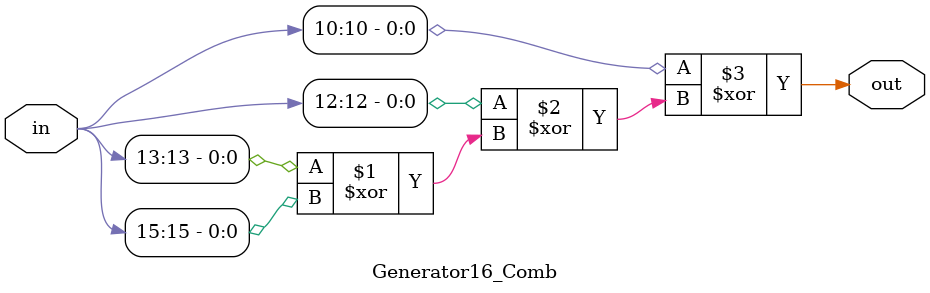
<source format=v>
`timescale 1ns / 1ps

module Generator16_Comb(in, out);
input [15:0] in; //16, 14, 13, 11 Bits Respectively
output out;

assign out = in[10]^(in[12]^(in[13]^in[15])); //New Bit Generate

endmodule

</source>
